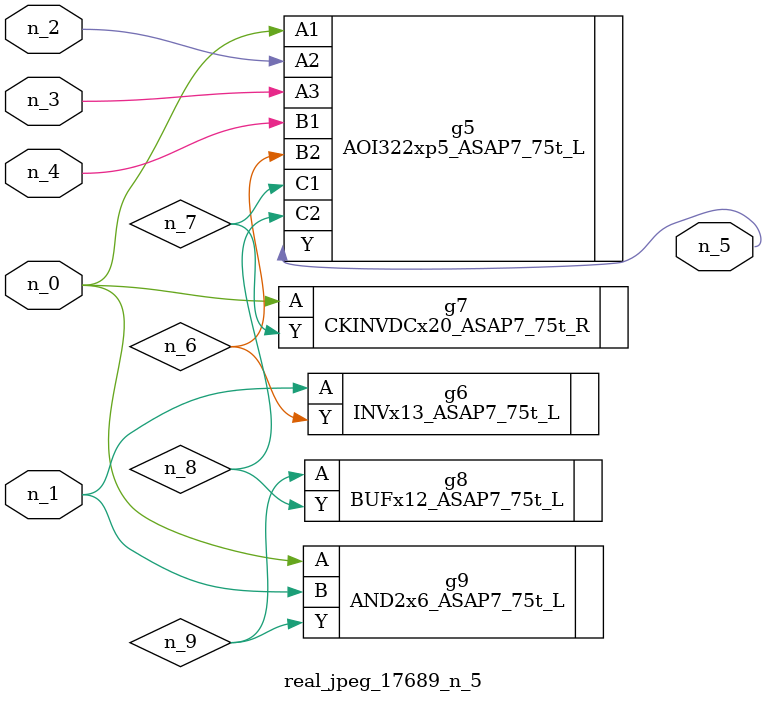
<source format=v>
module real_jpeg_17689_n_5 (n_4, n_0, n_1, n_2, n_3, n_5);

input n_4;
input n_0;
input n_1;
input n_2;
input n_3;

output n_5;

wire n_8;
wire n_6;
wire n_7;
wire n_9;

AOI322xp5_ASAP7_75t_L g5 ( 
.A1(n_0),
.A2(n_2),
.A3(n_3),
.B1(n_4),
.B2(n_6),
.C1(n_7),
.C2(n_8),
.Y(n_5)
);

CKINVDCx20_ASAP7_75t_R g7 ( 
.A(n_0),
.Y(n_7)
);

AND2x6_ASAP7_75t_L g9 ( 
.A(n_0),
.B(n_1),
.Y(n_9)
);

INVx13_ASAP7_75t_L g6 ( 
.A(n_1),
.Y(n_6)
);

BUFx12_ASAP7_75t_L g8 ( 
.A(n_9),
.Y(n_8)
);


endmodule
</source>
